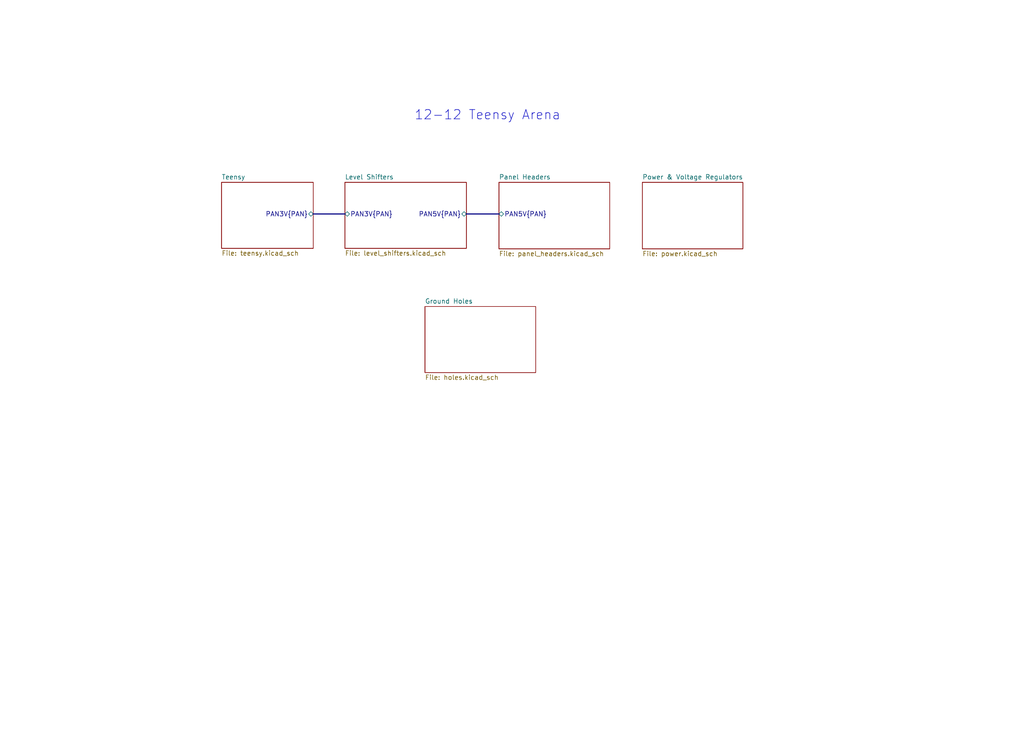
<source format=kicad_sch>
(kicad_sch (version 20230121) (generator eeschema)
  (paper "User" 279.4 203.2)
  (title_block (date "11 jun 2015"))
  (lib_symbols)
  (bus_alias "POW" (members "5V_HDR_1" "5V_HDR_2" "5V_HDR_3" "5V_HDR_4" "5V_HDR_5" "5V_HDR_6" "5V_HDR_7" "5V_HDR_8" "5V_HDR_9" "5V_HDR_10" "5V_HDR_11" "5V_HDR_12"))
  (bus (pts (xy 127.254 58.42) (xy 136.144 58.42)))
  (bus (pts (xy 85.471 58.42) (xy 94.107 58.42)))
  (text "12-12 Teensy Arena" (at 113.03 33.02 0) (effects (font (size 2.54 2.54)) (justify left bottom)))
  (sheet (at 94.107 49.784) (size 33.147 18.034) (stroke (width 0.1524))
    (property "Sheetname" "Level Shifters" (at 94.107 49.0724 0) (effects (justify left bottom)))
    (property "Sheetfile" "level_shifters.kicad_sch" (at 94.107 68.4026 0) (effects (justify left top)))
    (pin "PAN5V{PAN}" bidirectional (at 127.254 58.42 0))
    (pin "PAN3V{PAN}" bidirectional (at 94.107 58.42 180))
  )
  (sheet (at 175.26 49.784) (size 27.432 18.161) (stroke (width 0.1524))
    (property "Sheetname" "Power & Voltage Regulators" (at 175.26 49.0724 0) (effects (justify left bottom)))
    (property "Sheetfile" "power.kicad_sch" (at 175.26 68.5296 0) (effects (justify left top)))
  )
  (sheet (at 115.951 83.693) (size 30.226 18.034) (stroke (width 0.1524))
    (property "Sheetname" "Ground Holes" (at 115.951 82.9814 0) (effects (justify left bottom)))
    (property "Sheetfile" "holes.kicad_sch" (at 115.951 102.3116 0) (effects (justify left top)))
  )
  (sheet (at 60.452 49.784) (size 25.019 18.034) (stroke (width 0.1524))
    (property "Sheetname" "Teensy" (at 60.452 49.0724 0) (effects (justify left bottom)))
    (property "Sheetfile" "teensy.kicad_sch" (at 60.452 68.4026 0) (effects (justify left top)))
    (pin "PAN3V{PAN}" bidirectional (at 85.471 58.42 0))
  )
  (sheet (at 136.144 49.784) (size 30.226 18.161) (stroke (width 0.1524))
    (property "Sheetname" "Panel Headers" (at 136.144 49.0724 0) (effects (justify left bottom)))
    (property "Sheetfile" "panel_headers.kicad_sch" (at 136.144 68.5296 0) (effects (justify left top)))
    (pin "PAN5V{PAN}" bidirectional (at 136.144 58.42 180))
  )
)
</source>
